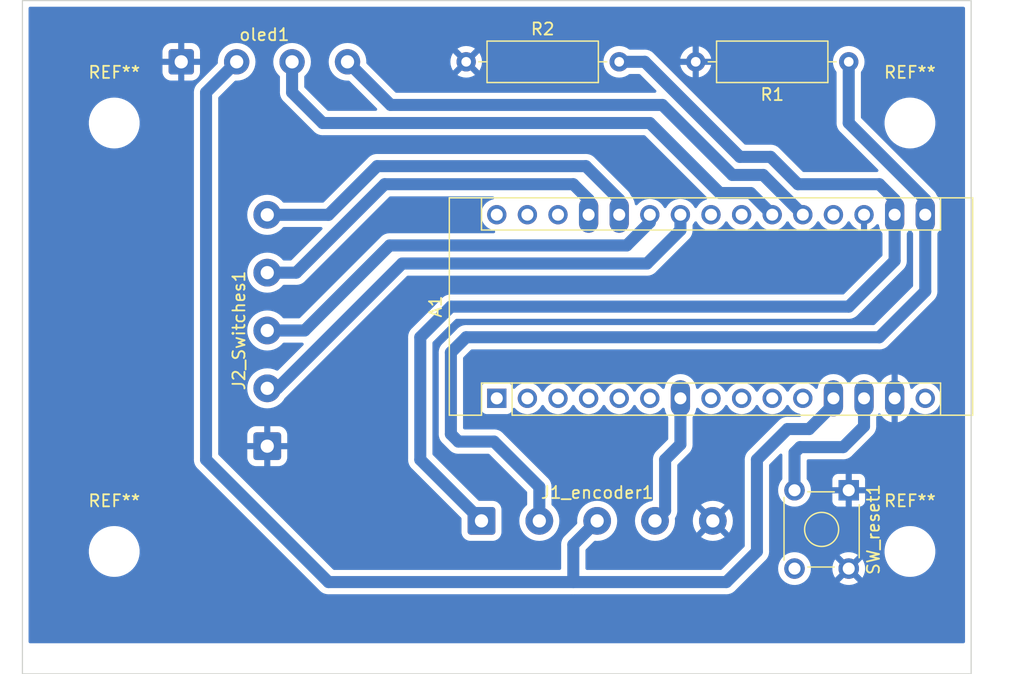
<source format=kicad_pcb>
(kicad_pcb (version 20211014) (generator pcbnew)
  (layers (0 "F.Cu" signal) (31 "B.Cu" signal) (34 "B.Paste" user) (35 "F.Paste" user) (36 "B.SilkS" user "B.Silkscreen") (37 "F.SilkS" user "F.Silkscreen") (38 "B.Mask" user) (39 "F.Mask" user) (44 "Edge.Cuts" user))
  (net 0 "")
  (net 8 "Net-(A1-Pad16)")
  (net 13 "GND")
  (net 14 "Net-(A1-Pad21)")
  (net 16 "Net-(A1-Pad29)")
  (net 17 "Net-(A1-Pad20)")
  (net 20 "Net-(A1-Pad17)")
  (net 21 "VCC")
  (net 22 "Net-(A1-Pad13)")
  (net 23 "Net-(J1_encoder1-Pad4)")
  (net 24 "Net-(J2_Switches1-Pad2)")
  (net 25 "Net-(A1-Pad25)")
  (net 26 "Net-(A1-Pad26)")
  (net 27 "Net-(A1-Pad27)")
  (footprint "Button_Switch_THT:SW_TH_Tactile_Omron_B3F-10xx" (layer "F.Cu") (at 177.8 63.5 -90)
    (fp_text reference "SW_reset1" (at 3.25 -2.05 90) (layer "F.SilkS"))
    (fp_text value "SW_SPST")
    (fp_line (start 0.13 3.4) (end 0.13 1.2) (layer "F.SilkS") (width 0.12))
    (fp_line (start 0.6 5.37) (end 5.8 5.37) (layer "F.SilkS") (width 0.12))
    (fp_line (start 1.2 -0.87) (end 5.6 -0.87) (layer "F.SilkS") (width 0.12))
    (fp_line (start 6.37 1.2) (end 6.37 3.4) (layer "F.SilkS") (width 0.12))
    (fp_circle (center 3.25 2.25) (end 4.25 3.25) (layer "F.SilkS") (width 0.12) (fill none))
    (pad "1" thru_hole circle (at 6.5 0 270) (size 1.7 1.7) (drill 1) (layers *.Cu *.Mask) (net 13 "GND"))
    (pad "1" thru_hole rect (at 0 0 270) (size 1.7 1.7) (drill 1) (layers *.Cu *.Mask) (net 13 "GND"))
    (pad "2" thru_hole circle (at 0 4.5 270) (size 1.7 1.7) (drill 1) (layers *.Cu *.Mask) (net 22 "Net-(A1-Pad13)"))
    (pad "2" thru_hole circle (at 6.5 4.5 270) (size 1.7 1.7) (drill 1) (layers *.Cu *.Mask) (net 22 "Net-(A1-Pad13)"))
  )
  (footprint "Connector_Wire:SolderWire-0.5sqmm_1x05_P4.8mm_D0.9mm_OD2.3mm" (layer "F.Cu") (at 147.32 66.04)
    (fp_text reference "J1_encoder1" (at 9.6 -2.35) (layer "F.SilkS"))
    (fp_text value "Conn_01x05_Male")
    (pad "1" thru_hole roundrect (at 0 0) (size 2.3 2.3) (drill 1.1) (layers *.Cu *.Mask) (roundrect_rratio 0.108696) (net 20 "Net-(A1-Pad17)"))
    (pad "2" thru_hole circle (at 4.8 0) (size 2.3 2.3) (drill 1.1) (layers *.Cu *.Mask) (net 8 "Net-(A1-Pad16)"))
    (pad "3" thru_hole circle (at 9.6 0) (size 2.3 2.3) (drill 1.1) (layers *.Cu *.Mask) (net 21 "VCC"))
    (pad "4" thru_hole circle (at 14.4 0) (size 2.3 2.3) (drill 1.1) (layers *.Cu *.Mask) (net 23 "Net-(J1_encoder1-Pad4)"))
    (pad "5" thru_hole circle (at 19.2 0) (size 2.3 2.3) (drill 1.1) (layers *.Cu *.Mask) (net 13 "GND"))
  )
  (footprint "MountingHole:MountingHole_3.2mm_M3" (layer "F.Cu") (at 116.84 68.58)
    (fp_text reference "REF**" (at 0 -4.2) (layer "F.SilkS"))
    (fp_text value "MountingHole_3.2mm_M3")
    (pad "" np_thru_hole circle (at 0 0) (size 3.2 3.2) (drill 3.2) (layers *.Cu *.Mask))
  )
  (footprint "Connector_Wire:SolderWire-0.5sqmm_1x04_P4.6mm_D0.9mm_OD2.1mm" (layer "F.Cu") (at 122.4 27.94)
    (fp_text reference "oled1" (at 6.9 -2.25) (layer "F.SilkS"))
    (fp_text value "Conn_01x04_Male")
    (pad "1" thru_hole roundrect (at 0 0) (size 2.1 2.1) (drill 1.1) (layers *.Cu *.Mask) (roundrect_rratio 0.119048) (net 13 "GND"))
    (pad "2" thru_hole circle (at 4.6 0) (size 2.1 2.1) (drill 1.1) (layers *.Cu *.Mask) (net 21 "VCC"))
    (pad "3" thru_hole circle (at 9.2 0) (size 2.1 2.1) (drill 1.1) (layers *.Cu *.Mask) (net 14 "Net-(A1-Pad21)"))
    (pad "4" thru_hole circle (at 13.8 0) (size 2.1 2.1) (drill 1.1) (layers *.Cu *.Mask) (net 17 "Net-(A1-Pad20)"))
  )
  (footprint "MountingHole:MountingHole_3.2mm_M3" (layer "F.Cu") (at 182.88 33.02)
    (fp_text reference "REF**" (at 0 -4.2) (layer "F.SilkS"))
    (fp_text value "MountingHole_3.2mm_M3")
    (pad "" np_thru_hole circle (at 0 0) (size 3.2 3.2) (drill 3.2) (layers *.Cu *.Mask))
  )
  (footprint "Module:Arduino_Nano" (layer "F.Cu") (at 148.59 55.87 90)
    (fp_text reference "A1" (at 7.62 -5.08 90) (layer "F.SilkS"))
    (fp_text value "Arduino_Nano_Every")
    (fp_line (start -1.4 1.27) (end -1.4 39.5) (layer "F.SilkS") (width 0.12))
    (fp_line (start -1.4 -3.94) (end -1.4 -1.27) (layer "F.SilkS") (width 0.12))
    (fp_line (start 1.27 1.27) (end -1.4 1.27) (layer "F.SilkS") (width 0.12))
    (fp_line (start -1.4 39.5) (end 16.64 39.5) (layer "F.SilkS") (width 0.12))
    (fp_line (start 16.64 -3.94) (end -1.4 -3.94) (layer "F.SilkS") (width 0.12))
    (fp_line (start 13.97 -1.27) (end 16.64 -1.27) (layer "F.SilkS") (width 0.12))
    (fp_line (start 16.64 39.5) (end 16.64 -3.94) (layer "F.SilkS") (width 0.12))
    (fp_line (start 1.27 36.83) (end -1.4 36.83) (layer "F.SilkS") (width 0.12))
    (fp_line (start 13.97 -1.27) (end 13.97 36.83) (layer "F.SilkS") (width 0.12))
    (fp_line (start 13.97 36.83) (end 16.64 36.83) (layer "F.SilkS") (width 0.12))
    (fp_line (start 1.27 1.27) (end 1.27 -1.27) (layer "F.SilkS") (width 0.12))
    (fp_line (start 1.27 1.27) (end 1.27 36.83) (layer "F.SilkS") (width 0.12))
    (fp_line (start 1.27 -1.27) (end -1.4 -1.27) (layer "F.SilkS") (width 0.12))
    (pad "1" thru_hole rect (at 0 0 90) (size 1.6 1.6) (drill 1) (layers *.Cu *.Mask))
    (pad "2" thru_hole oval (at 0 2.54 90) (size 1.6 1.6) (drill 1) (layers *.Cu *.Mask))
    (pad "3" thru_hole oval (at 0 5.08 90) (size 1.6 1.6) (drill 1) (layers *.Cu *.Mask))
    (pad "4" thru_hole oval (at 0 7.62 90) (size 1.6 1.6) (drill 1) (layers *.Cu *.Mask) (net 16 "Net-(A1-Pad29)"))
    (pad "5" thru_hole oval (at 0 10.16 90) (size 1.6 1.6) (drill 1) (layers *.Cu *.Mask))
    (pad "6" thru_hole oval (at 0 12.7 90) (size 1.6 1.6) (drill 1) (layers *.Cu *.Mask))
    (pad "7" thru_hole oval (at 0 15.24 90) (size 3 1.6) (drill 1) (layers *.Cu *.Mask) (net 23 "Net-(J1_encoder1-Pad4)"))
    (pad "8" thru_hole oval (at 0 17.78 90) (size 1.6 1.6) (drill 1) (layers *.Cu *.Mask))
    (pad "9" thru_hole oval (at 0 20.32 90) (size 1.6 1.6) (drill 1) (layers *.Cu *.Mask))
    (pad "10" thru_hole oval (at 0 22.86 90) (size 1.6 1.6) (drill 1) (layers *.Cu *.Mask))
    (pad "11" thru_hole oval (at 0 25.4 90) (size 1.6 1.6) (drill 1) (layers *.Cu *.Mask))
    (pad "12" thru_hole oval (at 0 27.94 90) (size 3 1.6) (drill 1) (layers *.Cu *.Mask) (net 21 "VCC"))
    (pad "13" thru_hole oval (at 0 30.48 90) (size 3 1.6) (drill 1) (layers *.Cu *.Mask) (net 22 "Net-(A1-Pad13)"))
    (pad "14" thru_hole oval (at 0 33.02 90) (size 3 1.6) (drill 1) (layers *.Cu *.Mask) (net 13 "GND"))
    (pad "15" thru_hole oval (at 0 35.56 90) (size 1.6 1.6) (drill 1) (layers *.Cu *.Mask))
    (pad "16" thru_hole oval (at 15.24 35.56 90) (size 3 1.6) (drill 1) (layers *.Cu *.Mask) (net 8 "Net-(A1-Pad16)"))
    (pad "17" thru_hole oval (at 15.24 33.02 90) (size 3 1.6) (drill 1) (layers *.Cu *.Mask) (net 20 "Net-(A1-Pad17)"))
    (pad "18" thru_hole oval (at 15.24 30.48 90) (size 1.6 1.6) (drill 1) (layers *.Cu *.Mask) (net 13 "GND"))
    (pad "19" thru_hole oval (at 15.24 27.94 90) (size 1.6 1.6) (drill 1) (layers *.Cu *.Mask))
    (pad "20" thru_hole oval (at 15.24 25.4 90) (size 1.6 1.6) (drill 1) (layers *.Cu *.Mask) (net 17 "Net-(A1-Pad20)"))
    (pad "21" thru_hole oval (at 15.24 22.86 90) (size 1.6 1.6) (drill 1) (layers *.Cu *.Mask) (net 14 "Net-(A1-Pad21)"))
    (pad "22" thru_hole oval (at 15.24 20.32 90) (size 1.6 1.6) (drill 1) (layers *.Cu *.Mask))
    (pad "23" thru_hole oval (at 15.24 17.78 90) (size 1.6 1.6) (drill 1) (layers *.Cu *.Mask))
    (pad "24" thru_hole oval (at 15.24 15.24 90) (size 1.6 1.6) (drill 1) (layers *.Cu *.Mask) (net 24 "Net-(J2_Switches1-Pad2)"))
    (pad "25" thru_hole oval (at 15.24 12.7 90) (size 1.6 1.6) (drill 1) (layers *.Cu *.Mask) (net 25 "Net-(A1-Pad25)"))
    (pad "26" thru_hole oval (at 15.24 10.16 90) (size 3 1.6) (drill 1) (layers *.Cu *.Mask) (net 26 "Net-(A1-Pad26)"))
    (pad "27" thru_hole oval (at 15.24 7.62 90) (size 3 1.6) (drill 1) (layers *.Cu *.Mask) (net 27 "Net-(A1-Pad27)"))
    (pad "28" thru_hole oval (at 15.24 5.08 90) (size 1.6 1.6) (drill 1) (layers *.Cu *.Mask))
    (pad "29" thru_hole oval (at 15.24 2.54 90) (size 1.6 1.6) (drill 1) (layers *.Cu *.Mask) (net 16 "Net-(A1-Pad29)"))
    (pad "30" thru_hole oval (at 15.24 0 90) (size 1.6 1.6) (drill 1) (layers *.Cu *.Mask))
  )
  (footprint "MountingHole:MountingHole_3.2mm_M3" (layer "F.Cu") (at 182.88 68.58)
    (fp_text reference "REF**" (at 0 -4.2) (layer "F.SilkS"))
    (fp_text value "MountingHole_3.2mm_M3")
    (pad "" np_thru_hole circle (at 0 0) (size 3.2 3.2) (drill 3.2) (layers *.Cu *.Mask))
  )
  (footprint "Connector_Wire:SolderWire-0.5sqmm_1x05_P4.8mm_D0.9mm_OD2.3mm" (layer "F.Cu") (at 129.54 59.84 90)
    (fp_text reference "J2_Switches1" (at 9.6 -2.35 90) (layer "F.SilkS"))
    (fp_text value "Conn_01x05_Male")
    (pad "1" thru_hole roundrect (at 0 0 90) (size 2.3 2.3) (drill 1.1) (layers *.Cu *.Mask) (roundrect_rratio 0.108696) (net 13 "GND"))
    (pad "2" thru_hole circle (at 4.8 0 90) (size 2.3 2.3) (drill 1.1) (layers *.Cu *.Mask) (net 24 "Net-(J2_Switches1-Pad2)"))
    (pad "3" thru_hole circle (at 9.6 0 90) (size 2.3 2.3) (drill 1.1) (layers *.Cu *.Mask) (net 25 "Net-(A1-Pad25)"))
    (pad "4" thru_hole circle (at 14.4 0 90) (size 2.3 2.3) (drill 1.1) (layers *.Cu *.Mask) (net 27 "Net-(A1-Pad27)"))
    (pad "5" thru_hole circle (at 19.2 0 90) (size 2.3 2.3) (drill 1.1) (layers *.Cu *.Mask) (net 26 "Net-(A1-Pad26)"))
  )
  (footprint "MountingHole:MountingHole_3.2mm_M3" (layer "F.Cu") (at 116.84 33.02)
    (fp_text reference "REF**" (at 0 -4.2) (layer "F.SilkS"))
    (fp_text value "MountingHole_3.2mm_M3")
    (pad "" np_thru_hole circle (at 0 0) (size 3.2 3.2) (drill 3.2) (layers *.Cu *.Mask))
  )
  (footprint "Resistor_THT:R_Axial_DIN0309_L9.0mm_D3.2mm_P12.70mm_Horizontal" (layer "F.Cu") (at 146.05 27.94)
    (fp_text reference "R2" (at 6.35 -2.72) (layer "F.SilkS"))
    (fp_text value "R_US")
    (fp_line (start 1.04 0) (end 1.73 0) (layer "F.SilkS") (width 0.12))
    (fp_line (start 10.97 1.72) (end 10.97 -1.72) (layer "F.SilkS") (width 0.12))
    (fp_line (start 10.97 -1.72) (end 1.73 -1.72) (layer "F.SilkS") (width 0.12))
    (fp_line (start 1.73 -1.72) (end 1.73 1.72) (layer "F.SilkS") (width 0.12))
    (fp_line (start 11.66 0) (end 10.97 0) (layer "F.SilkS") (width 0.12))
    (fp_line (start 1.73 1.72) (end 10.97 1.72) (layer "F.SilkS") (width 0.12))
    (pad "1" thru_hole circle (at 0 0) (size 1.6 1.6) (drill 0.8) (layers *.Cu *.Mask) (net 13 "GND"))
    (pad "2" thru_hole oval (at 12.7 0) (size 1.6 1.6) (drill 0.8) (layers *.Cu *.Mask) (net 20 "Net-(A1-Pad17)"))
  )
  (footprint "Resistor_THT:R_Axial_DIN0309_L9.0mm_D3.2mm_P12.70mm_Horizontal" (layer "F.Cu") (at 177.8 27.94 180)
    (fp_text reference "R1" (at 6.35 -2.72) (layer "F.SilkS"))
    (fp_text value "R_US")
    (fp_line (start 1.04 0) (end 1.73 0) (layer "F.SilkS") (width 0.12))
    (fp_line (start 10.97 1.72) (end 10.97 -1.72) (layer "F.SilkS") (width 0.12))
    (fp_line (start 1.73 1.72) (end 10.97 1.72) (layer "F.SilkS") (width 0.12))
    (fp_line (start 1.73 -1.72) (end 1.73 1.72) (layer "F.SilkS") (width 0.12))
    (fp_line (start 11.66 0) (end 10.97 0) (layer "F.SilkS") (width 0.12))
    (fp_line (start 10.97 -1.72) (end 1.73 -1.72) (layer "F.SilkS") (width 0.12))
    (pad "1" thru_hole circle (at 0 0 180) (size 1.6 1.6) (drill 0.8) (layers *.Cu *.Mask) (net 8 "Net-(A1-Pad16)"))
    (pad "2" thru_hole oval (at 12.7 0 180) (size 1.6 1.6) (drill 0.8) (layers *.Cu *.Mask) (net 13 "GND"))
  )
  (gr_poly (pts (xy 187.96 78.74) (xy 109.22 78.74) (xy 109.22 22.86) (xy 187.96 22.86)) (layer "Edge.Cuts") (width 0.1) (fill none))
  (segment (start 144.78 58.83868) (end 144.78 52.07) (width 1) (layer "B.Cu") (net 8))
  (segment (start 152.12 66.04) (end 152.12 63.22) (width 1) (layer "B.Cu") (net 8))
  (segment (start 177.8 33.02) (end 177.8 27.94) (width 1) (layer "B.Cu") (net 8))
  (segment (start 180.34 50.8) (end 184.15 46.99) (width 1) (layer "B.Cu") (net 8))
  (segment (start 152.12 63.22) (end 148.36 59.46) (width 1) (layer "B.Cu") (net 8))
  (segment (start 184.15 46.99) (end 184.15 40.63) (width 1) (layer "B.Cu") (net 8))
  (segment (start 184.15 40.63) (end 184.15 39.37) (width 1) (layer "B.Cu") (net 8))
  (segment (start 148.36 59.46) (end 145.40132 59.46) (width 1) (layer "B.Cu") (net 8))
  (segment (start 145.40132 59.46) (end 144.78 58.83868) (width 1) (layer "B.Cu") (net 8))
  (segment (start 146.05 50.8) (end 180.34 50.8) (width 1) (layer "B.Cu") (net 8))
  (segment (start 184.15 39.37) (end 177.8 33.02) (width 1) (layer "B.Cu") (net 8))
  (segment (start 144.78 52.07) (end 146.05 50.8) (width 1) (layer "B.Cu") (net 8))
  (segment (start 167.1 38.83) (end 161.29 33.02) (width 1) (layer "B.Cu") (net 14))
  (segment (start 161.29 33.02) (end 134.14 33.02) (width 1) (layer "B.Cu") (net 14))
  (segment (start 134.14 33.02) (end 131.6 30.48) (width 1) (layer "B.Cu") (net 14))
  (segment (start 169.655585 38.83) (end 167.1 38.83) (width 1) (layer "B.Cu") (net 14))
  (segment (start 131.6 30.48) (end 131.6 27.94) (width 1) (layer "B.Cu") (net 14))
  (segment (start 171.45 40.624415) (end 169.655585 38.83) (width 1) (layer "B.Cu") (net 14))
  (segment (start 171.45 40.63) (end 171.45 40.624415) (width 1) (layer "B.Cu") (net 14))
  (segment (start 170.695585 37.33) (end 168.14 37.33) (width 1) (layer "B.Cu") (net 17))
  (segment (start 173.99 40.624415) (end 170.695585 37.33) (width 1) (layer "B.Cu") (net 17))
  (segment (start 168.14 37.33) (end 162.33 31.52) (width 1) (layer "B.Cu") (net 17))
  (segment (start 139.78 31.52) (end 136.2 27.94) (width 1) (layer "B.Cu") (net 17))
  (segment (start 162.33 31.52) (end 139.78 31.52) (width 1) (layer "B.Cu") (net 17))
  (segment (start 173.99 40.63) (end 173.99 40.624415) (width 1) (layer "B.Cu") (net 17))
  (segment (start 181.61 39.37) (end 180.34 38.1) (width 1) (layer "B.Cu") (net 20))
  (segment (start 181.61 40.63) (end 181.61 39.37) (width 1) (layer "B.Cu") (net 20))
  (segment (start 142.24 60.96) (end 142.24 50.8) (width 1) (layer "B.Cu") (net 20))
  (segment (start 160.87132 27.94) (end 158.75 27.94) (width 1) (layer "B.Cu") (net 20))
  (segment (start 144.78 48.26) (end 177.8 48.26) (width 1) (layer "B.Cu") (net 20))
  (segment (start 168.76132 35.83) (end 160.87132 27.94) (width 1) (layer "B.Cu") (net 20))
  (segment (start 177.8 48.26) (end 181.61 44.45) (width 1) (layer "B.Cu") (net 20))
  (segment (start 171.316905 35.83) (end 168.76132 35.83) (width 1) (layer "B.Cu") (net 20))
  (segment (start 142.24 50.8) (end 144.78 48.26) (width 1) (layer "B.Cu") (net 20))
  (segment (start 173.586905 38.1) (end 171.316905 35.83) (width 1) (layer "B.Cu") (net 20))
  (segment (start 147.32 66.04) (end 142.24 60.96) (width 1) (layer "B.Cu") (net 20))
  (segment (start 181.61 44.45) (end 181.61 40.63) (width 1) (layer "B.Cu") (net 20))
  (segment (start 180.34 38.1) (end 173.586905 38.1) (width 1) (layer "B.Cu") (net 20))
  (segment (start 176.53 55.87) (end 176.53 56.4) (width 1) (layer "B.Cu") (net 21))
  (segment (start 174.51 58.42) (end 172.72 58.42) (width 1) (layer "B.Cu") (net 21))
  (segment (start 124.46 30.48) (end 127 27.94) (width 1) (layer "B.Cu") (net 21))
  (segment (start 172.72 58.42) (end 170.18 60.96) (width 1) (layer "B.Cu") (net 21))
  (segment (start 170.18 60.96) (end 170.18 68.58) (width 1) (layer "B.Cu") (net 21))
  (segment (start 167.64 71.12) (end 134.62 71.12) (width 1) (layer "B.Cu") (net 21))
  (segment (start 134.62 71.12) (end 124.46 60.96) (width 1) (layer "B.Cu") (net 21))
  (segment (start 156.92 66.04) (end 154.94 68.02) (width 1) (layer "B.Cu") (net 21))
  (segment (start 176.53 56.4) (end 174.51 58.42) (width 1) (layer "B.Cu") (net 21))
  (segment (start 154.94 68.02) (end 154.94 71.12) (width 1) (layer "B.Cu") (net 21))
  (segment (start 124.46 60.96) (end 124.46 30.48) (width 1) (layer "B.Cu") (net 21))
  (segment (start 170.18 68.58) (end 167.64 71.12) (width 1) (layer "B.Cu") (net 21))
  (segment (start 173.76 59.92) (end 173.3 60.38) (width 1) (layer "B.Cu") (net 22))
  (segment (start 179.07 58.19) (end 177.34 59.92) (width 1) (layer "B.Cu") (net 22))
  (segment (start 177.34 59.92) (end 173.76 59.92) (width 1) (layer "B.Cu") (net 22))
  (segment (start 179.07 55.87) (end 179.07 58.19) (width 1) (layer "B.Cu") (net 22))
  (segment (start 173.3 60.38) (end 173.3 63.5) (width 1) (layer "B.Cu") (net 22))
  (segment (start 163.83 55.87) (end 163.83 59.69) (width 1) (layer "B.Cu") (net 23))
  (segment (start 162.56 60.96) (end 162.56 65.2) (width 1) (layer "B.Cu") (net 23))
  (segment (start 163.83 59.69) (end 162.56 60.96) (width 1) (layer "B.Cu") (net 23))
  (segment (start 162.56 65.2) (end 161.72 66.04) (width 1) (layer "B.Cu") (net 23))
  (segment (start 129.54 55.04) (end 130.38 55.04) (width 1) (layer "B.Cu") (net 24))
  (segment (start 163.83 41.91) (end 163.83 40.63) (width 1) (layer "B.Cu") (net 24))
  (segment (start 130.38 55.04) (end 140.74 44.68) (width 1) (layer "B.Cu") (net 24))
  (segment (start 161.06 44.68) (end 163.83 41.91) (width 1) (layer "B.Cu") (net 24))
  (segment (start 140.74 44.68) (end 161.06 44.68) (width 1) (layer "B.Cu") (net 24))
  (segment (start 132.64 50.24) (end 139.7 43.18) (width 1) (layer "B.Cu") (net 25))
  (segment (start 139.7 43.18) (end 159.37132 43.18) (width 1) (layer "B.Cu") (net 25))
  (segment (start 161.29 41.26132) (end 161.29 40.63) (width 1) (layer "B.Cu") (net 25))
  (segment (start 129.54 50.24) (end 132.64 50.24) (width 1) (layer "B.Cu") (net 25))
  (segment (start 159.37132 43.18) (end 161.29 41.26132) (width 1) (layer "B.Cu") (net 25))
  (segment (start 138.66 36.6) (end 155.98 36.6) (width 1) (layer "B.Cu") (net 26))
  (segment (start 155.98 36.6) (end 158.75 39.37) (width 1) (layer "B.Cu") (net 26))
  (segment (start 158.75 39.37) (end 158.75 40.63) (width 1) (layer "B.Cu") (net 26))
  (segment (start 134.62 40.64) (end 138.66 36.6) (width 1) (layer "B.Cu") (net 26))
  (segment (start 129.54 40.64) (end 134.62 40.64) (width 1) (layer "B.Cu") (net 26))
  (segment (start 154.94 38.1) (end 156.21 39.37) (width 1) (layer "B.Cu") (net 27))
  (segment (start 129.54 45.44) (end 131.94132 45.44) (width 1) (layer "B.Cu") (net 27))
  (segment (start 139.28132 38.1) (end 154.94 38.1) (width 1) (layer "B.Cu") (net 27))
  (segment (start 131.94132 45.44) (end 139.28132 38.1) (width 1) (layer "B.Cu") (net 27))
  (segment (start 156.21 39.37) (end 156.21 40.63) (width 1) (layer "B.Cu") (net 27))
  (zone (net 13) (net_name "GND") (layer "B.Cu") (connect_pads (clearance 0.508)) (min_thickness 0.254) (fill yes (thermal_gap 0.508) (thermal_bridge_width 0.508))
    (polygon (pts (xy 187.96 76.2) (xy 109.22 76.2) (xy 109.22 22.86) (xy 187.96 22.86)))
  )
)
</source>
